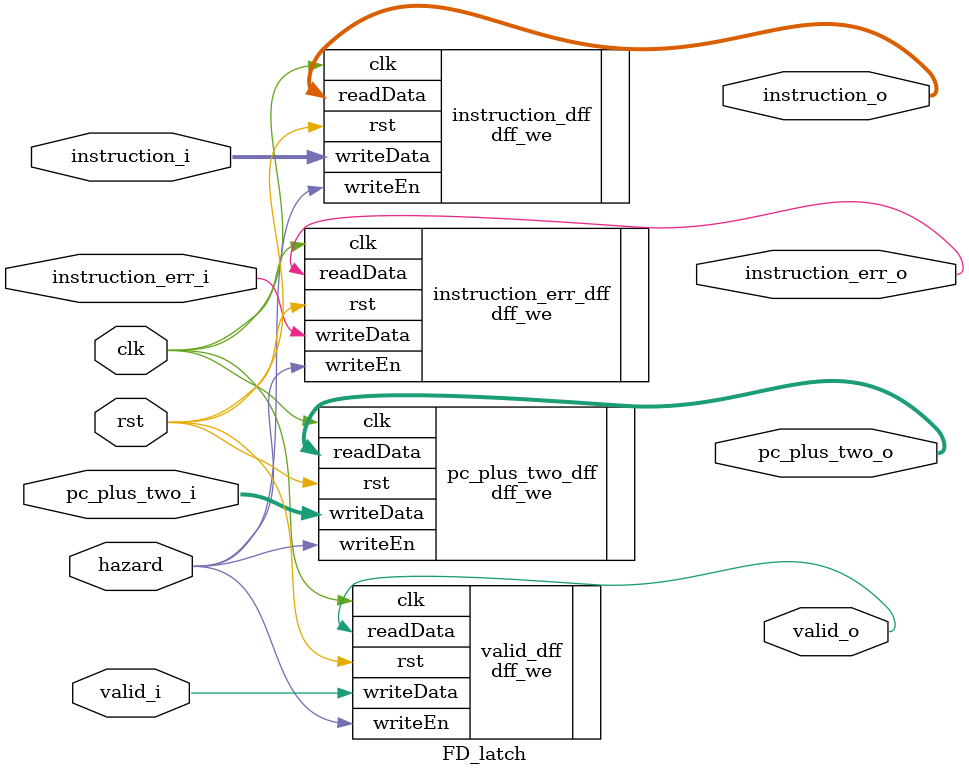
<source format=v>
/*
   CS/ECE 552 Spring '24
  
   Filename        : FD_latch.v
   Description     : This is the module for the fetch / decode latch.
*/
module FD_latch (clk, rst, hazard, // latch control
                 pc_plus_two_i, instruction_i, valid_i, instruction_err_i, // signal inputs
                 pc_plus_two_o, instruction_o, valid_o, instruction_err_o); // signal outputs

    // latch controls
    input wire clk, rst, hazard;

    // signal inputs
    input wire [15:0] pc_plus_two_i;
    input wire [15:0] instruction_i;
    input wire valid_i;
    input wire instruction_err_i;

    // signal outputs
    output wire [15:0] pc_plus_two_o;
    output wire [15:0] instruction_o;
    output wire valid_o;
    output wire instruction_err_o;


    // latch signal flip flops
    dff_we  #(16) pc_plus_two_dff (
        .clk(clk),
        .rst(rst),
        .writeData(pc_plus_two_i),
        .readData(pc_plus_two_o),
        .writeEn(hazard)
    );

    dff_we  #(16) instruction_dff (
        .clk(clk),
        .rst(rst),
        .writeData(instruction_i),
        .readData(instruction_o),
        .writeEn(hazard)
    );

    dff_we #(1) valid_dff (
        .clk(clk),
        .rst(rst),
        .writeData(valid_i),
        .readData(valid_o),
        .writeEn(hazard)
    );

    dff_we #(1) instruction_err_dff (
        .clk(clk),
        .rst(rst),
        .writeData(instruction_err_i),
        .readData(instruction_err_o),
        .writeEn(hazard)
    );
    
endmodule
</source>
